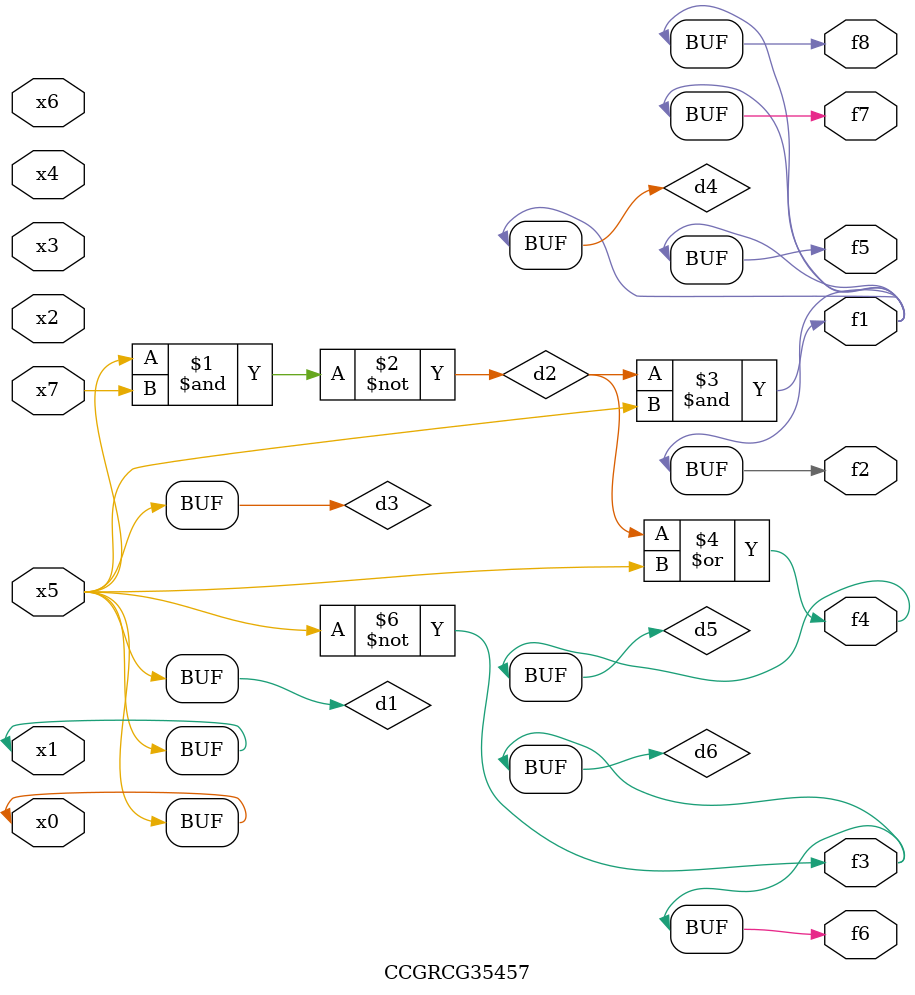
<source format=v>
module CCGRCG35457(
	input x0, x1, x2, x3, x4, x5, x6, x7,
	output f1, f2, f3, f4, f5, f6, f7, f8
);

	wire d1, d2, d3, d4, d5, d6;

	buf (d1, x0, x5);
	nand (d2, x5, x7);
	buf (d3, x0, x1);
	and (d4, d2, d3);
	or (d5, d2, d3);
	nor (d6, d1, d3);
	assign f1 = d4;
	assign f2 = d4;
	assign f3 = d6;
	assign f4 = d5;
	assign f5 = d4;
	assign f6 = d6;
	assign f7 = d4;
	assign f8 = d4;
endmodule

</source>
